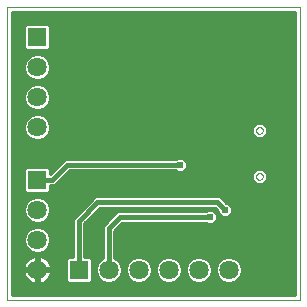
<source format=gbl>
G75*
%MOIN*%
%OFA0B0*%
%FSLAX25Y25*%
%IPPOS*%
%LPD*%
%AMOC8*
5,1,8,0,0,1.08239X$1,22.5*
%
%ADD10C,0.00000*%
%ADD11R,0.06425X0.06425*%
%ADD12C,0.06425*%
%ADD13C,0.01600*%
%ADD14C,0.02400*%
%ADD15C,0.01000*%
D10*
X0001600Y0001600D02*
X0001600Y0099100D01*
X0099100Y0099100D01*
X0099100Y0001600D01*
X0001600Y0001600D01*
X0084552Y0042673D02*
X0084554Y0042738D01*
X0084560Y0042804D01*
X0084570Y0042868D01*
X0084583Y0042932D01*
X0084601Y0042995D01*
X0084622Y0043057D01*
X0084647Y0043117D01*
X0084676Y0043176D01*
X0084708Y0043233D01*
X0084744Y0043288D01*
X0084782Y0043341D01*
X0084824Y0043391D01*
X0084869Y0043439D01*
X0084917Y0043484D01*
X0084967Y0043526D01*
X0085020Y0043564D01*
X0085075Y0043600D01*
X0085132Y0043632D01*
X0085191Y0043661D01*
X0085251Y0043686D01*
X0085313Y0043707D01*
X0085376Y0043725D01*
X0085440Y0043738D01*
X0085504Y0043748D01*
X0085570Y0043754D01*
X0085635Y0043756D01*
X0085700Y0043754D01*
X0085766Y0043748D01*
X0085830Y0043738D01*
X0085894Y0043725D01*
X0085957Y0043707D01*
X0086019Y0043686D01*
X0086079Y0043661D01*
X0086138Y0043632D01*
X0086195Y0043600D01*
X0086250Y0043564D01*
X0086303Y0043526D01*
X0086353Y0043484D01*
X0086401Y0043439D01*
X0086446Y0043391D01*
X0086488Y0043341D01*
X0086526Y0043288D01*
X0086562Y0043233D01*
X0086594Y0043176D01*
X0086623Y0043117D01*
X0086648Y0043057D01*
X0086669Y0042995D01*
X0086687Y0042932D01*
X0086700Y0042868D01*
X0086710Y0042804D01*
X0086716Y0042738D01*
X0086718Y0042673D01*
X0086716Y0042608D01*
X0086710Y0042542D01*
X0086700Y0042478D01*
X0086687Y0042414D01*
X0086669Y0042351D01*
X0086648Y0042289D01*
X0086623Y0042229D01*
X0086594Y0042170D01*
X0086562Y0042113D01*
X0086526Y0042058D01*
X0086488Y0042005D01*
X0086446Y0041955D01*
X0086401Y0041907D01*
X0086353Y0041862D01*
X0086303Y0041820D01*
X0086250Y0041782D01*
X0086195Y0041746D01*
X0086138Y0041714D01*
X0086079Y0041685D01*
X0086019Y0041660D01*
X0085957Y0041639D01*
X0085894Y0041621D01*
X0085830Y0041608D01*
X0085766Y0041598D01*
X0085700Y0041592D01*
X0085635Y0041590D01*
X0085570Y0041592D01*
X0085504Y0041598D01*
X0085440Y0041608D01*
X0085376Y0041621D01*
X0085313Y0041639D01*
X0085251Y0041660D01*
X0085191Y0041685D01*
X0085132Y0041714D01*
X0085075Y0041746D01*
X0085020Y0041782D01*
X0084967Y0041820D01*
X0084917Y0041862D01*
X0084869Y0041907D01*
X0084824Y0041955D01*
X0084782Y0042005D01*
X0084744Y0042058D01*
X0084708Y0042113D01*
X0084676Y0042170D01*
X0084647Y0042229D01*
X0084622Y0042289D01*
X0084601Y0042351D01*
X0084583Y0042414D01*
X0084570Y0042478D01*
X0084560Y0042542D01*
X0084554Y0042608D01*
X0084552Y0042673D01*
X0084552Y0058027D02*
X0084554Y0058092D01*
X0084560Y0058158D01*
X0084570Y0058222D01*
X0084583Y0058286D01*
X0084601Y0058349D01*
X0084622Y0058411D01*
X0084647Y0058471D01*
X0084676Y0058530D01*
X0084708Y0058587D01*
X0084744Y0058642D01*
X0084782Y0058695D01*
X0084824Y0058745D01*
X0084869Y0058793D01*
X0084917Y0058838D01*
X0084967Y0058880D01*
X0085020Y0058918D01*
X0085075Y0058954D01*
X0085132Y0058986D01*
X0085191Y0059015D01*
X0085251Y0059040D01*
X0085313Y0059061D01*
X0085376Y0059079D01*
X0085440Y0059092D01*
X0085504Y0059102D01*
X0085570Y0059108D01*
X0085635Y0059110D01*
X0085700Y0059108D01*
X0085766Y0059102D01*
X0085830Y0059092D01*
X0085894Y0059079D01*
X0085957Y0059061D01*
X0086019Y0059040D01*
X0086079Y0059015D01*
X0086138Y0058986D01*
X0086195Y0058954D01*
X0086250Y0058918D01*
X0086303Y0058880D01*
X0086353Y0058838D01*
X0086401Y0058793D01*
X0086446Y0058745D01*
X0086488Y0058695D01*
X0086526Y0058642D01*
X0086562Y0058587D01*
X0086594Y0058530D01*
X0086623Y0058471D01*
X0086648Y0058411D01*
X0086669Y0058349D01*
X0086687Y0058286D01*
X0086700Y0058222D01*
X0086710Y0058158D01*
X0086716Y0058092D01*
X0086718Y0058027D01*
X0086716Y0057962D01*
X0086710Y0057896D01*
X0086700Y0057832D01*
X0086687Y0057768D01*
X0086669Y0057705D01*
X0086648Y0057643D01*
X0086623Y0057583D01*
X0086594Y0057524D01*
X0086562Y0057467D01*
X0086526Y0057412D01*
X0086488Y0057359D01*
X0086446Y0057309D01*
X0086401Y0057261D01*
X0086353Y0057216D01*
X0086303Y0057174D01*
X0086250Y0057136D01*
X0086195Y0057100D01*
X0086138Y0057068D01*
X0086079Y0057039D01*
X0086019Y0057014D01*
X0085957Y0056993D01*
X0085894Y0056975D01*
X0085830Y0056962D01*
X0085766Y0056952D01*
X0085700Y0056946D01*
X0085635Y0056944D01*
X0085570Y0056946D01*
X0085504Y0056952D01*
X0085440Y0056962D01*
X0085376Y0056975D01*
X0085313Y0056993D01*
X0085251Y0057014D01*
X0085191Y0057039D01*
X0085132Y0057068D01*
X0085075Y0057100D01*
X0085020Y0057136D01*
X0084967Y0057174D01*
X0084917Y0057216D01*
X0084869Y0057261D01*
X0084824Y0057309D01*
X0084782Y0057359D01*
X0084744Y0057412D01*
X0084708Y0057467D01*
X0084676Y0057524D01*
X0084647Y0057583D01*
X0084622Y0057643D01*
X0084601Y0057705D01*
X0084583Y0057768D01*
X0084570Y0057832D01*
X0084560Y0057896D01*
X0084554Y0057962D01*
X0084552Y0058027D01*
D11*
X0025350Y0011600D03*
X0011600Y0041600D03*
X0011600Y0089100D03*
D12*
X0011600Y0079100D03*
X0011600Y0069100D03*
X0011600Y0059100D03*
X0011600Y0031600D03*
X0011600Y0021600D03*
X0011600Y0011600D03*
X0035350Y0011600D03*
X0045350Y0011600D03*
X0055350Y0011600D03*
X0065350Y0011600D03*
X0075350Y0011600D03*
D13*
X0069100Y0029100D02*
X0039100Y0029100D01*
X0035350Y0025350D01*
X0035350Y0011600D01*
X0025350Y0011600D02*
X0025350Y0027850D01*
X0031600Y0034100D01*
X0071600Y0034100D01*
X0074100Y0031600D01*
X0059100Y0046600D02*
X0021600Y0046600D01*
X0016600Y0041600D01*
X0011600Y0041600D01*
D14*
X0005350Y0050350D03*
X0050350Y0050350D03*
X0059100Y0046600D03*
X0074100Y0031600D03*
X0069100Y0029100D03*
X0094100Y0044100D03*
X0094100Y0050350D03*
X0094100Y0056600D03*
X0095350Y0095350D03*
X0005350Y0095350D03*
X0005350Y0005350D03*
X0050350Y0005350D03*
D15*
X0052907Y0007944D02*
X0054492Y0007287D01*
X0056208Y0007287D01*
X0057793Y0007944D01*
X0059006Y0009157D01*
X0059663Y0010742D01*
X0059663Y0012458D01*
X0059006Y0014043D01*
X0057793Y0015256D01*
X0056208Y0015913D01*
X0054492Y0015913D01*
X0052907Y0015256D01*
X0051694Y0014043D01*
X0051037Y0012458D01*
X0051037Y0010742D01*
X0051694Y0009157D01*
X0052907Y0007944D01*
X0052261Y0008590D02*
X0048439Y0008590D01*
X0049006Y0009157D02*
X0047793Y0007944D01*
X0046208Y0007287D01*
X0044492Y0007287D01*
X0042907Y0007944D01*
X0041694Y0009157D01*
X0041037Y0010742D01*
X0041037Y0012458D01*
X0041694Y0014043D01*
X0042907Y0015256D01*
X0044492Y0015913D01*
X0046208Y0015913D01*
X0047793Y0015256D01*
X0049006Y0014043D01*
X0049663Y0012458D01*
X0049663Y0010742D01*
X0049006Y0009157D01*
X0049185Y0009588D02*
X0051515Y0009588D01*
X0051102Y0010587D02*
X0049598Y0010587D01*
X0049663Y0011585D02*
X0051037Y0011585D01*
X0051090Y0012584D02*
X0049610Y0012584D01*
X0049197Y0013582D02*
X0051503Y0013582D01*
X0052232Y0014581D02*
X0048468Y0014581D01*
X0047013Y0015579D02*
X0053687Y0015579D01*
X0057013Y0015579D02*
X0063687Y0015579D01*
X0062907Y0015256D02*
X0061694Y0014043D01*
X0061037Y0012458D01*
X0061037Y0010742D01*
X0061694Y0009157D01*
X0062907Y0007944D01*
X0064492Y0007287D01*
X0066208Y0007287D01*
X0067793Y0007944D01*
X0069006Y0009157D01*
X0069663Y0010742D01*
X0069663Y0012458D01*
X0069006Y0014043D01*
X0067793Y0015256D01*
X0066208Y0015913D01*
X0064492Y0015913D01*
X0062907Y0015256D01*
X0062232Y0014581D02*
X0058468Y0014581D01*
X0059197Y0013582D02*
X0061503Y0013582D01*
X0061090Y0012584D02*
X0059610Y0012584D01*
X0059663Y0011585D02*
X0061037Y0011585D01*
X0061102Y0010587D02*
X0059598Y0010587D01*
X0059185Y0009588D02*
X0061515Y0009588D01*
X0062261Y0008590D02*
X0058439Y0008590D01*
X0056941Y0007591D02*
X0063759Y0007591D01*
X0066941Y0007591D02*
X0073759Y0007591D01*
X0074492Y0007287D02*
X0072907Y0007944D01*
X0071694Y0009157D01*
X0071037Y0010742D01*
X0071037Y0012458D01*
X0071694Y0014043D01*
X0072907Y0015256D01*
X0074492Y0015913D01*
X0076208Y0015913D01*
X0077793Y0015256D01*
X0079006Y0014043D01*
X0079663Y0012458D01*
X0079663Y0010742D01*
X0079006Y0009157D01*
X0077793Y0007944D01*
X0076208Y0007287D01*
X0074492Y0007287D01*
X0076941Y0007591D02*
X0097600Y0007591D01*
X0097600Y0006593D02*
X0003100Y0006593D01*
X0003100Y0007591D02*
X0009100Y0007591D01*
X0009130Y0007569D02*
X0009791Y0007233D01*
X0010496Y0007003D01*
X0011100Y0006908D01*
X0011100Y0011100D01*
X0006908Y0011100D01*
X0007003Y0010496D01*
X0007233Y0009791D01*
X0007569Y0009130D01*
X0008005Y0008530D01*
X0008530Y0008005D01*
X0009130Y0007569D01*
X0007962Y0008590D02*
X0003100Y0008590D01*
X0003100Y0009588D02*
X0007336Y0009588D01*
X0006989Y0010587D02*
X0003100Y0010587D01*
X0003100Y0011585D02*
X0011100Y0011585D01*
X0011100Y0011100D02*
X0011100Y0012100D01*
X0011100Y0016292D01*
X0010496Y0016197D01*
X0009791Y0015967D01*
X0009130Y0015631D01*
X0008530Y0015195D01*
X0008005Y0014670D01*
X0007569Y0014070D01*
X0007233Y0013409D01*
X0007003Y0012704D01*
X0006908Y0012100D01*
X0011100Y0012100D01*
X0012100Y0012100D01*
X0012100Y0016292D01*
X0012704Y0016197D01*
X0013409Y0015967D01*
X0014070Y0015631D01*
X0014670Y0015195D01*
X0015195Y0014670D01*
X0015631Y0014070D01*
X0015967Y0013409D01*
X0016197Y0012704D01*
X0016292Y0012100D01*
X0012100Y0012100D01*
X0012100Y0011100D01*
X0016292Y0011100D01*
X0016197Y0010496D01*
X0015967Y0009791D01*
X0015631Y0009130D01*
X0015195Y0008530D01*
X0014670Y0008005D01*
X0014070Y0007569D01*
X0013409Y0007233D01*
X0012704Y0007003D01*
X0012100Y0006908D01*
X0012100Y0011100D01*
X0011100Y0011100D01*
X0011100Y0010587D02*
X0012100Y0010587D01*
X0012100Y0011585D02*
X0021037Y0011585D01*
X0021037Y0010587D02*
X0016211Y0010587D01*
X0015864Y0009588D02*
X0021037Y0009588D01*
X0021037Y0008590D02*
X0015238Y0008590D01*
X0014100Y0007591D02*
X0021378Y0007591D01*
X0021682Y0007287D02*
X0029018Y0007287D01*
X0029663Y0007932D01*
X0029663Y0015268D01*
X0029018Y0015913D01*
X0027250Y0015913D01*
X0027250Y0027063D01*
X0032387Y0032200D01*
X0070813Y0032200D01*
X0071800Y0031213D01*
X0071800Y0030647D01*
X0073147Y0029300D01*
X0075053Y0029300D01*
X0076400Y0030647D01*
X0076400Y0032553D01*
X0075053Y0033900D01*
X0074487Y0033900D01*
X0072387Y0036000D01*
X0030813Y0036000D01*
X0029700Y0034887D01*
X0023450Y0028637D01*
X0023450Y0015913D01*
X0021682Y0015913D01*
X0021037Y0015268D01*
X0021037Y0007932D01*
X0021682Y0007287D01*
X0021037Y0012584D02*
X0016216Y0012584D01*
X0015879Y0013582D02*
X0021037Y0013582D01*
X0021037Y0014581D02*
X0015260Y0014581D01*
X0014141Y0015579D02*
X0021348Y0015579D01*
X0023450Y0016578D02*
X0003100Y0016578D01*
X0003100Y0017576D02*
X0010045Y0017576D01*
X0010742Y0017287D02*
X0009157Y0017944D01*
X0007944Y0019157D01*
X0007287Y0020742D01*
X0007287Y0022458D01*
X0007944Y0024043D01*
X0009157Y0025256D01*
X0010742Y0025913D01*
X0012458Y0025913D01*
X0014043Y0025256D01*
X0015256Y0024043D01*
X0015913Y0022458D01*
X0015913Y0020742D01*
X0015256Y0019157D01*
X0014043Y0017944D01*
X0012458Y0017287D01*
X0010742Y0017287D01*
X0011100Y0015579D02*
X0012100Y0015579D01*
X0012100Y0014581D02*
X0011100Y0014581D01*
X0011100Y0013582D02*
X0012100Y0013582D01*
X0012100Y0012584D02*
X0011100Y0012584D01*
X0011100Y0009588D02*
X0012100Y0009588D01*
X0012100Y0008590D02*
X0011100Y0008590D01*
X0011100Y0007591D02*
X0012100Y0007591D01*
X0006984Y0012584D02*
X0003100Y0012584D01*
X0003100Y0013582D02*
X0007321Y0013582D01*
X0007940Y0014581D02*
X0003100Y0014581D01*
X0003100Y0015579D02*
X0009059Y0015579D01*
X0008526Y0018575D02*
X0003100Y0018575D01*
X0003100Y0019573D02*
X0007772Y0019573D01*
X0007358Y0020572D02*
X0003100Y0020572D01*
X0003100Y0021570D02*
X0007287Y0021570D01*
X0007333Y0022569D02*
X0003100Y0022569D01*
X0003100Y0023567D02*
X0007747Y0023567D01*
X0008467Y0024566D02*
X0003100Y0024566D01*
X0003100Y0025564D02*
X0009901Y0025564D01*
X0010742Y0027287D02*
X0009157Y0027944D01*
X0007944Y0029157D01*
X0007287Y0030742D01*
X0007287Y0032458D01*
X0007944Y0034043D01*
X0009157Y0035256D01*
X0010742Y0035913D01*
X0012458Y0035913D01*
X0014043Y0035256D01*
X0015256Y0034043D01*
X0015913Y0032458D01*
X0015913Y0030742D01*
X0015256Y0029157D01*
X0014043Y0027944D01*
X0012458Y0027287D01*
X0010742Y0027287D01*
X0010081Y0027561D02*
X0003100Y0027561D01*
X0003100Y0026563D02*
X0023450Y0026563D01*
X0023450Y0027561D02*
X0013119Y0027561D01*
X0014659Y0028560D02*
X0023450Y0028560D01*
X0024371Y0029558D02*
X0015422Y0029558D01*
X0015836Y0030557D02*
X0025370Y0030557D01*
X0026368Y0031555D02*
X0015913Y0031555D01*
X0015873Y0032554D02*
X0027367Y0032554D01*
X0028365Y0033552D02*
X0015459Y0033552D01*
X0014748Y0034551D02*
X0029364Y0034551D01*
X0030362Y0035549D02*
X0013335Y0035549D01*
X0015268Y0037287D02*
X0015913Y0037932D01*
X0015913Y0039700D01*
X0017387Y0039700D01*
X0022387Y0044700D01*
X0057747Y0044700D01*
X0058147Y0044300D01*
X0060053Y0044300D01*
X0061400Y0045647D01*
X0061400Y0047553D01*
X0060053Y0048900D01*
X0058147Y0048900D01*
X0057747Y0048500D01*
X0020813Y0048500D01*
X0015913Y0043600D01*
X0015913Y0045268D01*
X0015268Y0045913D01*
X0007932Y0045913D01*
X0007287Y0045268D01*
X0007287Y0037932D01*
X0007932Y0037287D01*
X0015268Y0037287D01*
X0015527Y0037546D02*
X0097600Y0037546D01*
X0097600Y0036548D02*
X0003100Y0036548D01*
X0003100Y0037546D02*
X0007673Y0037546D01*
X0007287Y0038545D02*
X0003100Y0038545D01*
X0003100Y0039543D02*
X0007287Y0039543D01*
X0007287Y0040542D02*
X0003100Y0040542D01*
X0003100Y0041540D02*
X0007287Y0041540D01*
X0007287Y0042539D02*
X0003100Y0042539D01*
X0003100Y0043537D02*
X0007287Y0043537D01*
X0007287Y0044536D02*
X0003100Y0044536D01*
X0003100Y0045534D02*
X0007554Y0045534D01*
X0003100Y0046533D02*
X0018846Y0046533D01*
X0017848Y0045534D02*
X0015646Y0045534D01*
X0015913Y0044536D02*
X0016849Y0044536D01*
X0019227Y0041540D02*
X0083309Y0041540D01*
X0083446Y0041210D02*
X0083053Y0042159D01*
X0083053Y0043187D01*
X0083446Y0044136D01*
X0084172Y0044862D01*
X0085122Y0045255D01*
X0086149Y0045255D01*
X0087098Y0044862D01*
X0087825Y0044136D01*
X0088218Y0043187D01*
X0088218Y0042159D01*
X0087825Y0041210D01*
X0087098Y0040483D01*
X0086149Y0040090D01*
X0085122Y0040090D01*
X0084172Y0040483D01*
X0083446Y0041210D01*
X0084114Y0040542D02*
X0018229Y0040542D01*
X0015913Y0039543D02*
X0097600Y0039543D01*
X0097600Y0038545D02*
X0015913Y0038545D01*
X0020226Y0042539D02*
X0083053Y0042539D01*
X0083198Y0043537D02*
X0021224Y0043537D01*
X0022223Y0044536D02*
X0057911Y0044536D01*
X0060289Y0044536D02*
X0083846Y0044536D01*
X0087425Y0044536D02*
X0097600Y0044536D01*
X0097600Y0045534D02*
X0061287Y0045534D01*
X0061400Y0046533D02*
X0097600Y0046533D01*
X0097600Y0047532D02*
X0061400Y0047532D01*
X0060423Y0048530D02*
X0097600Y0048530D01*
X0097600Y0049529D02*
X0003100Y0049529D01*
X0003100Y0050527D02*
X0097600Y0050527D01*
X0097600Y0051526D02*
X0003100Y0051526D01*
X0003100Y0052524D02*
X0097600Y0052524D01*
X0097600Y0053523D02*
X0003100Y0053523D01*
X0003100Y0054521D02*
X0097600Y0054521D01*
X0097600Y0055520D02*
X0086331Y0055520D01*
X0086149Y0055444D02*
X0087098Y0055838D01*
X0087825Y0056564D01*
X0088218Y0057513D01*
X0088218Y0058541D01*
X0087825Y0059490D01*
X0087098Y0060217D01*
X0086149Y0060610D01*
X0085122Y0060610D01*
X0084172Y0060217D01*
X0083446Y0059490D01*
X0083053Y0058541D01*
X0083053Y0057513D01*
X0083446Y0056564D01*
X0084172Y0055838D01*
X0085122Y0055444D01*
X0086149Y0055444D01*
X0084940Y0055520D02*
X0014119Y0055520D01*
X0014043Y0055444D02*
X0015256Y0056657D01*
X0015913Y0058242D01*
X0015913Y0059958D01*
X0015256Y0061543D01*
X0014043Y0062756D01*
X0012458Y0063413D01*
X0010742Y0063413D01*
X0009157Y0062756D01*
X0007944Y0061543D01*
X0007287Y0059958D01*
X0007287Y0058242D01*
X0007944Y0056657D01*
X0009157Y0055444D01*
X0010742Y0054787D01*
X0012458Y0054787D01*
X0014043Y0055444D01*
X0015117Y0056518D02*
X0083492Y0056518D01*
X0083053Y0057517D02*
X0015612Y0057517D01*
X0015913Y0058515D02*
X0083053Y0058515D01*
X0083469Y0059514D02*
X0015913Y0059514D01*
X0015683Y0060512D02*
X0084886Y0060512D01*
X0086385Y0060512D02*
X0097600Y0060512D01*
X0097600Y0059514D02*
X0087801Y0059514D01*
X0088218Y0058515D02*
X0097600Y0058515D01*
X0097600Y0057517D02*
X0088218Y0057517D01*
X0087779Y0056518D02*
X0097600Y0056518D01*
X0097600Y0061511D02*
X0015269Y0061511D01*
X0014290Y0062509D02*
X0097600Y0062509D01*
X0097600Y0063508D02*
X0003100Y0063508D01*
X0003100Y0064506D02*
X0097600Y0064506D01*
X0097600Y0065505D02*
X0014104Y0065505D01*
X0014043Y0065444D02*
X0015256Y0066657D01*
X0015913Y0068242D01*
X0015913Y0069958D01*
X0015256Y0071543D01*
X0014043Y0072756D01*
X0012458Y0073413D01*
X0010742Y0073413D01*
X0009157Y0072756D01*
X0007944Y0071543D01*
X0007287Y0069958D01*
X0007287Y0068242D01*
X0007944Y0066657D01*
X0009157Y0065444D01*
X0010742Y0064787D01*
X0012458Y0064787D01*
X0014043Y0065444D01*
X0015102Y0066503D02*
X0097600Y0066503D01*
X0097600Y0067502D02*
X0015606Y0067502D01*
X0015913Y0068500D02*
X0097600Y0068500D01*
X0097600Y0069499D02*
X0015913Y0069499D01*
X0015689Y0070497D02*
X0097600Y0070497D01*
X0097600Y0071496D02*
X0015276Y0071496D01*
X0014305Y0072494D02*
X0097600Y0072494D01*
X0097600Y0073493D02*
X0003100Y0073493D01*
X0003100Y0074491D02*
X0097600Y0074491D01*
X0097600Y0075490D02*
X0014089Y0075490D01*
X0014043Y0075444D02*
X0015256Y0076657D01*
X0015913Y0078242D01*
X0015913Y0079958D01*
X0015256Y0081543D01*
X0014043Y0082756D01*
X0012458Y0083413D01*
X0010742Y0083413D01*
X0009157Y0082756D01*
X0007944Y0081543D01*
X0007287Y0079958D01*
X0007287Y0078242D01*
X0007944Y0076657D01*
X0009157Y0075444D01*
X0010742Y0074787D01*
X0012458Y0074787D01*
X0014043Y0075444D01*
X0015087Y0076488D02*
X0097600Y0076488D01*
X0097600Y0077487D02*
X0015600Y0077487D01*
X0015913Y0078485D02*
X0097600Y0078485D01*
X0097600Y0079484D02*
X0015913Y0079484D01*
X0015695Y0080482D02*
X0097600Y0080482D01*
X0097600Y0081481D02*
X0015282Y0081481D01*
X0014320Y0082479D02*
X0097600Y0082479D01*
X0097600Y0083478D02*
X0003100Y0083478D01*
X0003100Y0084476D02*
X0097600Y0084476D01*
X0097600Y0085475D02*
X0015913Y0085475D01*
X0015913Y0085432D02*
X0015913Y0092768D01*
X0015268Y0093413D01*
X0007932Y0093413D01*
X0007287Y0092768D01*
X0007287Y0085432D01*
X0007932Y0084787D01*
X0015268Y0084787D01*
X0015913Y0085432D01*
X0015913Y0086473D02*
X0097600Y0086473D01*
X0097600Y0087472D02*
X0015913Y0087472D01*
X0015913Y0088470D02*
X0097600Y0088470D01*
X0097600Y0089469D02*
X0015913Y0089469D01*
X0015913Y0090468D02*
X0097600Y0090468D01*
X0097600Y0091466D02*
X0015913Y0091466D01*
X0015913Y0092465D02*
X0097600Y0092465D01*
X0097600Y0093463D02*
X0003100Y0093463D01*
X0003100Y0092465D02*
X0007287Y0092465D01*
X0007287Y0091466D02*
X0003100Y0091466D01*
X0003100Y0090468D02*
X0007287Y0090468D01*
X0007287Y0089469D02*
X0003100Y0089469D01*
X0003100Y0088470D02*
X0007287Y0088470D01*
X0007287Y0087472D02*
X0003100Y0087472D01*
X0003100Y0086473D02*
X0007287Y0086473D01*
X0007287Y0085475D02*
X0003100Y0085475D01*
X0003100Y0082479D02*
X0008880Y0082479D01*
X0007918Y0081481D02*
X0003100Y0081481D01*
X0003100Y0080482D02*
X0007505Y0080482D01*
X0007287Y0079484D02*
X0003100Y0079484D01*
X0003100Y0078485D02*
X0007287Y0078485D01*
X0007600Y0077487D02*
X0003100Y0077487D01*
X0003100Y0076488D02*
X0008113Y0076488D01*
X0009111Y0075490D02*
X0003100Y0075490D01*
X0003100Y0072494D02*
X0008895Y0072494D01*
X0007924Y0071496D02*
X0003100Y0071496D01*
X0003100Y0070497D02*
X0007511Y0070497D01*
X0007287Y0069499D02*
X0003100Y0069499D01*
X0003100Y0068500D02*
X0007287Y0068500D01*
X0007594Y0067502D02*
X0003100Y0067502D01*
X0003100Y0066503D02*
X0008098Y0066503D01*
X0009096Y0065505D02*
X0003100Y0065505D01*
X0003100Y0062509D02*
X0008910Y0062509D01*
X0007931Y0061511D02*
X0003100Y0061511D01*
X0003100Y0060512D02*
X0007517Y0060512D01*
X0007287Y0059514D02*
X0003100Y0059514D01*
X0003100Y0058515D02*
X0007287Y0058515D01*
X0007588Y0057517D02*
X0003100Y0057517D01*
X0003100Y0056518D02*
X0008083Y0056518D01*
X0009081Y0055520D02*
X0003100Y0055520D01*
X0003100Y0048530D02*
X0057777Y0048530D01*
X0072838Y0035549D02*
X0097600Y0035549D01*
X0097600Y0034551D02*
X0073836Y0034551D01*
X0075400Y0033552D02*
X0097600Y0033552D01*
X0097600Y0032554D02*
X0076399Y0032554D01*
X0076400Y0031555D02*
X0097600Y0031555D01*
X0097600Y0030557D02*
X0076310Y0030557D01*
X0075311Y0029558D02*
X0097600Y0029558D01*
X0097600Y0028560D02*
X0071400Y0028560D01*
X0071400Y0028147D02*
X0070053Y0026800D01*
X0068147Y0026800D01*
X0067747Y0027200D01*
X0039887Y0027200D01*
X0037250Y0024563D01*
X0037250Y0015481D01*
X0037793Y0015256D01*
X0039006Y0014043D01*
X0039663Y0012458D01*
X0039663Y0010742D01*
X0039006Y0009157D01*
X0037793Y0007944D01*
X0036208Y0007287D01*
X0034492Y0007287D01*
X0032907Y0007944D01*
X0031694Y0009157D01*
X0031037Y0010742D01*
X0031037Y0012458D01*
X0031694Y0014043D01*
X0032907Y0015256D01*
X0033450Y0015481D01*
X0033450Y0026137D01*
X0034563Y0027250D01*
X0038313Y0031000D01*
X0067747Y0031000D01*
X0068147Y0031400D01*
X0070053Y0031400D01*
X0071400Y0030053D01*
X0071400Y0028147D01*
X0070814Y0027561D02*
X0097600Y0027561D01*
X0097600Y0026563D02*
X0039250Y0026563D01*
X0038251Y0025564D02*
X0097600Y0025564D01*
X0097600Y0024566D02*
X0037253Y0024566D01*
X0037250Y0023567D02*
X0097600Y0023567D01*
X0097600Y0022569D02*
X0037250Y0022569D01*
X0037250Y0021570D02*
X0097600Y0021570D01*
X0097600Y0020572D02*
X0037250Y0020572D01*
X0037250Y0019573D02*
X0097600Y0019573D01*
X0097600Y0018575D02*
X0037250Y0018575D01*
X0037250Y0017576D02*
X0097600Y0017576D01*
X0097600Y0016578D02*
X0037250Y0016578D01*
X0037250Y0015579D02*
X0043687Y0015579D01*
X0042232Y0014581D02*
X0038468Y0014581D01*
X0039197Y0013582D02*
X0041503Y0013582D01*
X0041090Y0012584D02*
X0039610Y0012584D01*
X0039663Y0011585D02*
X0041037Y0011585D01*
X0041102Y0010587D02*
X0039598Y0010587D01*
X0039185Y0009588D02*
X0041515Y0009588D01*
X0042261Y0008590D02*
X0038439Y0008590D01*
X0036941Y0007591D02*
X0043759Y0007591D01*
X0046941Y0007591D02*
X0053759Y0007591D01*
X0067013Y0015579D02*
X0073687Y0015579D01*
X0072232Y0014581D02*
X0068468Y0014581D01*
X0069197Y0013582D02*
X0071503Y0013582D01*
X0071090Y0012584D02*
X0069610Y0012584D01*
X0069663Y0011585D02*
X0071037Y0011585D01*
X0071102Y0010587D02*
X0069598Y0010587D01*
X0069185Y0009588D02*
X0071515Y0009588D01*
X0072261Y0008590D02*
X0068439Y0008590D01*
X0077013Y0015579D02*
X0097600Y0015579D01*
X0097600Y0014581D02*
X0078468Y0014581D01*
X0079197Y0013582D02*
X0097600Y0013582D01*
X0097600Y0012584D02*
X0079610Y0012584D01*
X0079663Y0011585D02*
X0097600Y0011585D01*
X0097600Y0010587D02*
X0079598Y0010587D01*
X0079185Y0009588D02*
X0097600Y0009588D01*
X0097600Y0008590D02*
X0078439Y0008590D01*
X0097600Y0005594D02*
X0003100Y0005594D01*
X0003100Y0004596D02*
X0097600Y0004596D01*
X0097600Y0003597D02*
X0003100Y0003597D01*
X0003100Y0003100D02*
X0003100Y0097600D01*
X0097600Y0097600D01*
X0097600Y0003100D01*
X0003100Y0003100D01*
X0013155Y0017576D02*
X0023450Y0017576D01*
X0023450Y0018575D02*
X0014674Y0018575D01*
X0015428Y0019573D02*
X0023450Y0019573D01*
X0023450Y0020572D02*
X0015842Y0020572D01*
X0015913Y0021570D02*
X0023450Y0021570D01*
X0023450Y0022569D02*
X0015867Y0022569D01*
X0015453Y0023567D02*
X0023450Y0023567D01*
X0023450Y0024566D02*
X0014733Y0024566D01*
X0013299Y0025564D02*
X0023450Y0025564D01*
X0027250Y0025564D02*
X0033450Y0025564D01*
X0033450Y0024566D02*
X0027250Y0024566D01*
X0027250Y0023567D02*
X0033450Y0023567D01*
X0033450Y0022569D02*
X0027250Y0022569D01*
X0027250Y0021570D02*
X0033450Y0021570D01*
X0033450Y0020572D02*
X0027250Y0020572D01*
X0027250Y0019573D02*
X0033450Y0019573D01*
X0033450Y0018575D02*
X0027250Y0018575D01*
X0027250Y0017576D02*
X0033450Y0017576D01*
X0033450Y0016578D02*
X0027250Y0016578D01*
X0029352Y0015579D02*
X0033450Y0015579D01*
X0032232Y0014581D02*
X0029663Y0014581D01*
X0029663Y0013582D02*
X0031503Y0013582D01*
X0031090Y0012584D02*
X0029663Y0012584D01*
X0029663Y0011585D02*
X0031037Y0011585D01*
X0031102Y0010587D02*
X0029663Y0010587D01*
X0029663Y0009588D02*
X0031515Y0009588D01*
X0032261Y0008590D02*
X0029663Y0008590D01*
X0029322Y0007591D02*
X0033759Y0007591D01*
X0033876Y0026563D02*
X0027250Y0026563D01*
X0027748Y0027561D02*
X0034874Y0027561D01*
X0035873Y0028560D02*
X0028747Y0028560D01*
X0029745Y0029558D02*
X0036871Y0029558D01*
X0037870Y0030557D02*
X0030744Y0030557D01*
X0031742Y0031555D02*
X0071458Y0031555D01*
X0071890Y0030557D02*
X0070896Y0030557D01*
X0071400Y0029558D02*
X0072889Y0029558D01*
X0087157Y0040542D02*
X0097600Y0040542D01*
X0097600Y0041540D02*
X0087962Y0041540D01*
X0088218Y0042539D02*
X0097600Y0042539D01*
X0097600Y0043537D02*
X0088073Y0043537D01*
X0097600Y0094462D02*
X0003100Y0094462D01*
X0003100Y0095460D02*
X0097600Y0095460D01*
X0097600Y0096459D02*
X0003100Y0096459D01*
X0003100Y0097457D02*
X0097600Y0097457D01*
X0019845Y0047532D02*
X0003100Y0047532D01*
X0003100Y0035549D02*
X0009865Y0035549D01*
X0008452Y0034551D02*
X0003100Y0034551D01*
X0003100Y0033552D02*
X0007741Y0033552D01*
X0007327Y0032554D02*
X0003100Y0032554D01*
X0003100Y0031555D02*
X0007287Y0031555D01*
X0007364Y0030557D02*
X0003100Y0030557D01*
X0003100Y0029558D02*
X0007778Y0029558D01*
X0008541Y0028560D02*
X0003100Y0028560D01*
M02*

</source>
